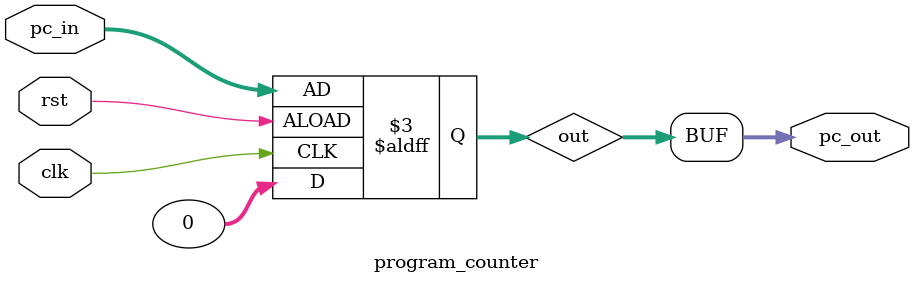
<source format=v>
`timescale 1ns / 1ps


module program_counter(
    input   clk, rst,
    input[31:0] pc_in,
    output[31:0]    pc_out
    );
    reg[31:0]   out;
    
    always@(posedge clk or negedge rst)
    begin
        if (rst==1'd1)
            out <= 32'd0;
        else
            out <= pc_in;
    end
    assign pc_out = out;
endmodule

</source>
